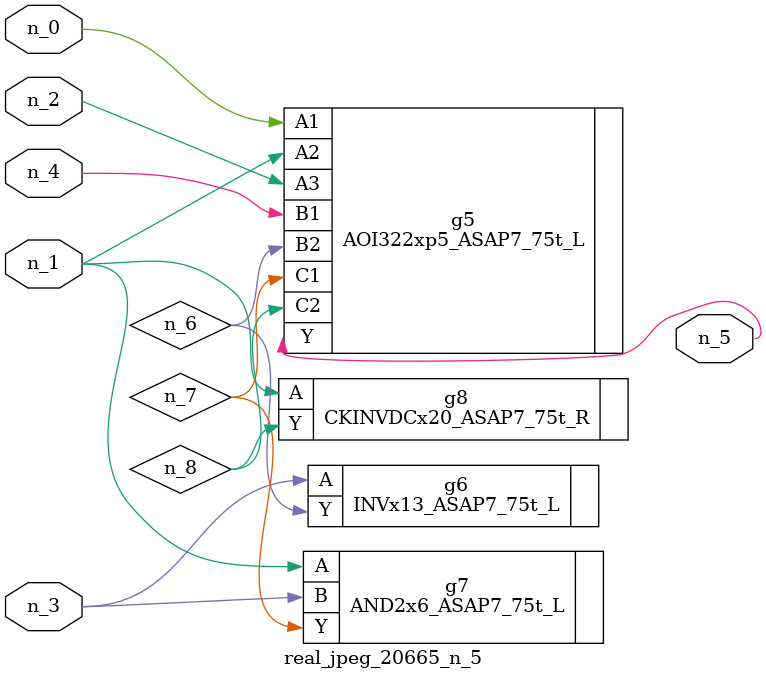
<source format=v>
module real_jpeg_20665_n_5 (n_4, n_0, n_1, n_2, n_3, n_5);

input n_4;
input n_0;
input n_1;
input n_2;
input n_3;

output n_5;

wire n_8;
wire n_6;
wire n_7;

AOI322xp5_ASAP7_75t_L g5 ( 
.A1(n_0),
.A2(n_1),
.A3(n_2),
.B1(n_4),
.B2(n_6),
.C1(n_7),
.C2(n_8),
.Y(n_5)
);

AND2x6_ASAP7_75t_L g7 ( 
.A(n_1),
.B(n_3),
.Y(n_7)
);

CKINVDCx20_ASAP7_75t_R g8 ( 
.A(n_1),
.Y(n_8)
);

INVx13_ASAP7_75t_L g6 ( 
.A(n_3),
.Y(n_6)
);


endmodule
</source>
